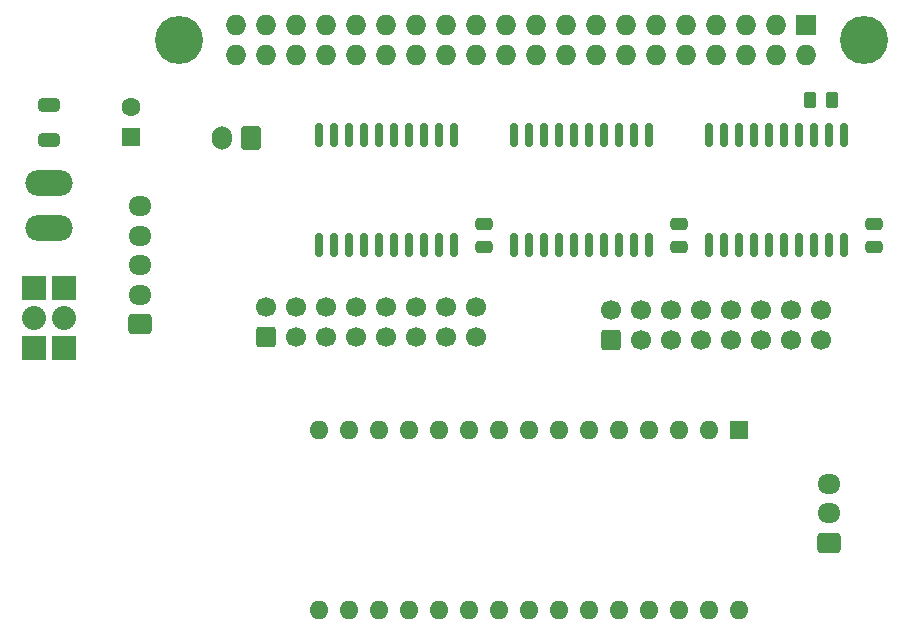
<source format=gts>
G04 #@! TF.GenerationSoftware,KiCad,Pcbnew,6.0.5*
G04 #@! TF.CreationDate,2022-05-12T16:14:40+02:00*
G04 #@! TF.ProjectId,active3-rpi-hub75-adapter,61637469-7665-4332-9d72-70692d687562,rev?*
G04 #@! TF.SameCoordinates,Original*
G04 #@! TF.FileFunction,Soldermask,Top*
G04 #@! TF.FilePolarity,Negative*
%FSLAX46Y46*%
G04 Gerber Fmt 4.6, Leading zero omitted, Abs format (unit mm)*
G04 Created by KiCad (PCBNEW 6.0.5) date 2022-05-12 16:14:40*
%MOMM*%
%LPD*%
G01*
G04 APERTURE LIST*
G04 Aperture macros list*
%AMRoundRect*
0 Rectangle with rounded corners*
0 $1 Rounding radius*
0 $2 $3 $4 $5 $6 $7 $8 $9 X,Y pos of 4 corners*
0 Add a 4 corners polygon primitive as box body*
4,1,4,$2,$3,$4,$5,$6,$7,$8,$9,$2,$3,0*
0 Add four circle primitives for the rounded corners*
1,1,$1+$1,$2,$3*
1,1,$1+$1,$4,$5*
1,1,$1+$1,$6,$7*
1,1,$1+$1,$8,$9*
0 Add four rect primitives between the rounded corners*
20,1,$1+$1,$2,$3,$4,$5,0*
20,1,$1+$1,$4,$5,$6,$7,0*
20,1,$1+$1,$6,$7,$8,$9,0*
20,1,$1+$1,$8,$9,$2,$3,0*%
G04 Aperture macros list end*
%ADD10RoundRect,0.250000X0.475000X-0.250000X0.475000X0.250000X-0.475000X0.250000X-0.475000X-0.250000X0*%
%ADD11R,1.727200X1.727200*%
%ADD12O,1.727200X1.727200*%
%ADD13RoundRect,0.250000X0.600000X-0.600000X0.600000X0.600000X-0.600000X0.600000X-0.600000X-0.600000X0*%
%ADD14C,1.700000*%
%ADD15C,4.064000*%
%ADD16RoundRect,0.250000X-0.262500X-0.450000X0.262500X-0.450000X0.262500X0.450000X-0.262500X0.450000X0*%
%ADD17R,1.600000X1.600000*%
%ADD18C,1.600000*%
%ADD19RoundRect,0.250000X0.650000X-0.325000X0.650000X0.325000X-0.650000X0.325000X-0.650000X-0.325000X0*%
%ADD20O,4.000000X2.200000*%
%ADD21R,2.032000X2.032000*%
%ADD22C,2.032000*%
%ADD23O,2.032000X2.032000*%
%ADD24RoundRect,0.150000X-0.150000X0.875000X-0.150000X-0.875000X0.150000X-0.875000X0.150000X0.875000X0*%
%ADD25RoundRect,0.250000X0.725000X-0.600000X0.725000X0.600000X-0.725000X0.600000X-0.725000X-0.600000X0*%
%ADD26O,1.950000X1.700000*%
%ADD27RoundRect,0.250000X0.600000X0.750000X-0.600000X0.750000X-0.600000X-0.750000X0.600000X-0.750000X0*%
%ADD28O,1.700000X2.000000*%
%ADD29O,1.600000X1.600000*%
G04 APERTURE END LIST*
D10*
X128905000Y-59370000D03*
X128905000Y-57470000D03*
X145415000Y-59370000D03*
X145415000Y-57470000D03*
X161925000Y-59370000D03*
X161925000Y-57470000D03*
D11*
X156210000Y-40640000D03*
D12*
X156210000Y-43180000D03*
X153670000Y-40640000D03*
X153670000Y-43180000D03*
X151130000Y-40640000D03*
X151130000Y-43180000D03*
X148590000Y-40640000D03*
X148590000Y-43180000D03*
X146050000Y-40640000D03*
X146050000Y-43180000D03*
X143510000Y-40640000D03*
X143510000Y-43180000D03*
X140970000Y-40640000D03*
X140970000Y-43180000D03*
X138430000Y-40640000D03*
X138430000Y-43180000D03*
X135890000Y-40640000D03*
X135890000Y-43180000D03*
X133350000Y-40640000D03*
X133350000Y-43180000D03*
X130810000Y-40640000D03*
X130810000Y-43180000D03*
X128270000Y-40640000D03*
X128270000Y-43180000D03*
X125730000Y-40640000D03*
X125730000Y-43180000D03*
X123190000Y-40640000D03*
X123190000Y-43180000D03*
X120650000Y-40640000D03*
X120650000Y-43180000D03*
X118110000Y-40640000D03*
X118110000Y-43180000D03*
X115570000Y-40640000D03*
X115570000Y-43180000D03*
X113030000Y-40640000D03*
X113030000Y-43180000D03*
X110490000Y-40640000D03*
X110490000Y-43180000D03*
X107950000Y-40640000D03*
X107950000Y-43180000D03*
D13*
X110490000Y-67056000D03*
D14*
X110490000Y-64516000D03*
X113030000Y-67056000D03*
X113030000Y-64516000D03*
X115570000Y-67056000D03*
X115570000Y-64516000D03*
X118110000Y-67056000D03*
X118110000Y-64516000D03*
X120650000Y-67056000D03*
X120650000Y-64516000D03*
X123190000Y-67056000D03*
X123190000Y-64516000D03*
X125730000Y-67056000D03*
X125730000Y-64516000D03*
X128270000Y-67056000D03*
X128270000Y-64516000D03*
D13*
X139700000Y-67310000D03*
D14*
X139700000Y-64770000D03*
X142240000Y-67310000D03*
X142240000Y-64770000D03*
X144780000Y-67310000D03*
X144780000Y-64770000D03*
X147320000Y-67310000D03*
X147320000Y-64770000D03*
X149860000Y-67310000D03*
X149860000Y-64770000D03*
X152400000Y-67310000D03*
X152400000Y-64770000D03*
X154940000Y-67310000D03*
X154940000Y-64770000D03*
X157480000Y-67310000D03*
X157480000Y-64770000D03*
D15*
X103080000Y-41910000D03*
X161080000Y-41910000D03*
D16*
X156567500Y-46990000D03*
X158392500Y-46990000D03*
D17*
X99060000Y-50077400D03*
D18*
X99060000Y-47577400D03*
D19*
X92080000Y-50370000D03*
X92080000Y-47420000D03*
D20*
X92080000Y-53975000D03*
X92080000Y-57785000D03*
D21*
X90805000Y-62865000D03*
X93345000Y-62865000D03*
D22*
X90805000Y-65405000D03*
D23*
X93345000Y-65405000D03*
D21*
X90805000Y-67945000D03*
X93345000Y-67945000D03*
D24*
X126365000Y-49960000D03*
X125095000Y-49960000D03*
X123825000Y-49960000D03*
X122555000Y-49960000D03*
X121285000Y-49960000D03*
X120015000Y-49960000D03*
X118745000Y-49960000D03*
X117475000Y-49960000D03*
X116205000Y-49960000D03*
X114935000Y-49960000D03*
X114935000Y-59260000D03*
X116205000Y-59260000D03*
X117475000Y-59260000D03*
X118745000Y-59260000D03*
X120015000Y-59260000D03*
X121285000Y-59260000D03*
X122555000Y-59260000D03*
X123825000Y-59260000D03*
X125095000Y-59260000D03*
X126365000Y-59260000D03*
X142875000Y-49960000D03*
X141605000Y-49960000D03*
X140335000Y-49960000D03*
X139065000Y-49960000D03*
X137795000Y-49960000D03*
X136525000Y-49960000D03*
X135255000Y-49960000D03*
X133985000Y-49960000D03*
X132715000Y-49960000D03*
X131445000Y-49960000D03*
X131445000Y-59260000D03*
X132715000Y-59260000D03*
X133985000Y-59260000D03*
X135255000Y-59260000D03*
X136525000Y-59260000D03*
X137795000Y-59260000D03*
X139065000Y-59260000D03*
X140335000Y-59260000D03*
X141605000Y-59260000D03*
X142875000Y-59260000D03*
X159385000Y-49960000D03*
X158115000Y-49960000D03*
X156845000Y-49960000D03*
X155575000Y-49960000D03*
X154305000Y-49960000D03*
X153035000Y-49960000D03*
X151765000Y-49960000D03*
X150495000Y-49960000D03*
X149225000Y-49960000D03*
X147955000Y-49960000D03*
X147955000Y-59260000D03*
X149225000Y-59260000D03*
X150495000Y-59260000D03*
X151765000Y-59260000D03*
X153035000Y-59260000D03*
X154305000Y-59260000D03*
X155575000Y-59260000D03*
X156845000Y-59260000D03*
X158115000Y-59260000D03*
X159385000Y-59260000D03*
D25*
X158115000Y-84455000D03*
D26*
X158115000Y-81955000D03*
X158115000Y-79455000D03*
D27*
X109220000Y-50165000D03*
D28*
X106720000Y-50165000D03*
D17*
X150495000Y-74940000D03*
D29*
X147955000Y-74940000D03*
X145415000Y-74940000D03*
X142875000Y-74940000D03*
X140335000Y-74940000D03*
X137795000Y-74940000D03*
X135255000Y-74940000D03*
X132715000Y-74940000D03*
X130175000Y-74940000D03*
X127635000Y-74940000D03*
X125095000Y-74940000D03*
X122555000Y-74940000D03*
X120015000Y-74940000D03*
X117475000Y-74940000D03*
X114935000Y-74940000D03*
X114935000Y-90180000D03*
X117475000Y-90180000D03*
X120015000Y-90180000D03*
X122555000Y-90180000D03*
X125095000Y-90180000D03*
X127635000Y-90180000D03*
X130175000Y-90180000D03*
X132715000Y-90180000D03*
X135255000Y-90180000D03*
X137795000Y-90180000D03*
X140335000Y-90180000D03*
X142875000Y-90180000D03*
X145415000Y-90180000D03*
X147955000Y-90180000D03*
X150495000Y-90180000D03*
D25*
X99805000Y-65960000D03*
D26*
X99805000Y-63460000D03*
X99805000Y-60960000D03*
X99805000Y-58460000D03*
X99805000Y-55960000D03*
M02*

</source>
